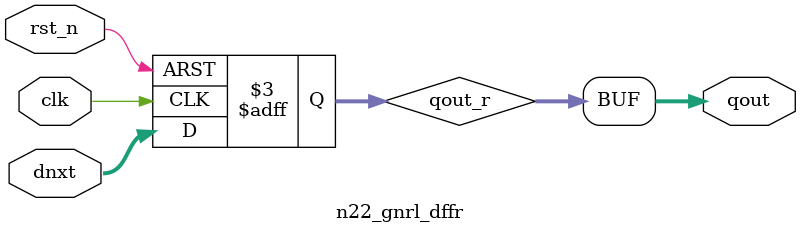
<source format=v>

`include "global.inc"




module n22_gnrl_dfflrs # (
  parameter DW = 32
) (

  input               lden,
  input      [DW-1:0] dnxt,
  output     [DW-1:0] qout,

  input               clk,
  input               rst_n
);

reg [DW-1:0] qout_r;

always @(posedge clk or negedge rst_n)
begin : DFFLRS_PROC
  if (rst_n == 1'b0)
    qout_r <= {DW{1'b1}};
  else if (lden == 1'b1)
    qout_r <= dnxt;
end

assign qout = qout_r;

`ifndef FPGA_SOURCE
`ifndef SYNTHESIS
//synopsys translate_off
//synopsys translate_on
`endif
`endif


endmodule

module n22_gnrl_dfflr # (
  parameter DW = 32
) (

  input               lden,
  input      [DW-1:0] dnxt,
  output     [DW-1:0] qout,

  input               clk,
  input               rst_n
);

reg [DW-1:0] qout_r;

always @(posedge clk or negedge rst_n)
begin : DFFLR_PROC
  if (rst_n == 1'b0)
    qout_r <= {DW{1'b0}};
  else if (lden == 1'b1)
    qout_r <= dnxt;
end

assign qout = qout_r;

`ifndef FPGA_SOURCE
`ifndef SYNTHESIS
//synopsys translate_off
//synopsys translate_on
`endif
`endif


endmodule

module n22_gnrl_dffl # (
  parameter DW = 32
) (

  input               lden,
  input      [DW-1:0] dnxt,
  output     [DW-1:0] qout,

  input               clk
);

reg [DW-1:0] qout_r;

always @(posedge clk)
begin : DFFL_PROC
  if (lden == 1'b1)
    qout_r <= dnxt;
end

assign qout = qout_r;

`ifndef FPGA_SOURCE
`ifndef SYNTHESIS
//synopsys translate_off
//synopsys translate_on
`endif
`endif


endmodule

module n22_gnrl_dffrs # (
  parameter DW = 32
) (

  input      [DW-1:0] dnxt,
  output     [DW-1:0] qout,

  input               clk,
  input               rst_n
);

reg [DW-1:0] qout_r;

always @(posedge clk or negedge rst_n)
begin : DFFRS_PROC
  if (rst_n == 1'b0)
    qout_r <= {DW{1'b1}};
  else
    qout_r <= dnxt;
end

assign qout = qout_r;

endmodule

module n22_gnrl_dffr # (
  parameter DW = 32
) (

  input      [DW-1:0] dnxt,
  output     [DW-1:0] qout,

  input               clk,
  input               rst_n
);

reg [DW-1:0] qout_r;

always @(posedge clk or negedge rst_n)
begin : DFFR_PROC
  if (rst_n == 1'b0)
    qout_r <= {DW{1'b0}};
  else
    qout_r <= dnxt;
end

assign qout = qout_r;

endmodule

</source>
